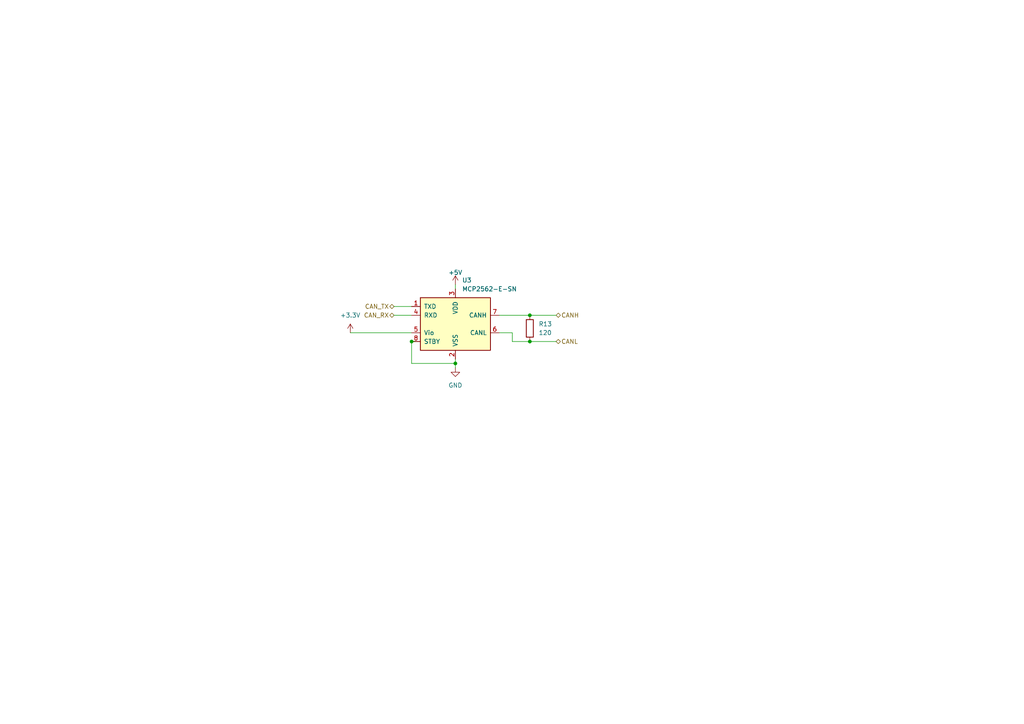
<source format=kicad_sch>
(kicad_sch (version 20230121) (generator eeschema)
  (paper "A4")
  (lib_symbols
    (symbol "Device:R" (pin_numbers hide) (pin_names (offset 0))
      (property "Reference" "R" (at 2.032 0 90))
      (property "Value" "R" (at 0 0 90))
      (symbol "R_0_1"
        (rectangle (start -1.016 -2.54) (end 1.016 2.54) (stroke (width 0.254)))
      )
      (symbol "R_1_1"
        (pin passive line (at 0 3.81 270) (length 1.27) (name "~") (number "1"))
        (pin passive line (at 0 -3.81 90) (length 1.27) (name "~") (number "2"))
      )
    )
    (symbol "Interface_CAN_LIN:MCP2562-E-SN" (pin_names (offset 1.016))
      (property "Reference" "U" (at -10.16 8.89 0))
      (property "Value" "MCP2562-E-SN" (at 2.54 8.89 0))
      (symbol "MCP2562-E-SN_0_1"
        (rectangle (start -10.16 7.62) (end 10.16 -7.62) (stroke (width 0.254)) (fill (type background)))
      )
      (symbol "MCP2562-E-SN_1_1"
        (pin input line (at -12.7 5.08 0) (length 2.54) (name "TXD") (number "1"))
        (pin power_in line (at 0 -10.16 90) (length 2.54) (name "VSS") (number "2"))
        (pin power_in line (at 0 10.16 270) (length 2.54) (name "VDD") (number "3"))
        (pin output line (at -12.7 2.54 0) (length 2.54) (name "RXD") (number "4"))
        (pin power_in line (at -12.7 -2.54 0) (length 2.54) (name "Vio") (number "5"))
        (pin bidirectional line (at 12.7 -2.54 180) (length 2.54) (name "CANL") (number "6"))
        (pin bidirectional line (at 12.7 2.54 180) (length 2.54) (name "CANH") (number "7"))
        (pin input line (at -12.7 -5.08 0) (length 2.54) (name "STBY") (number "8"))
      )
    )
    (symbol "power:+3.3V" (power) (pin_names (offset 0))
      (property "Value" "+3.3V" (at 0 3.556 0))
      (symbol "+3.3V_0_1"
        (polyline (pts (xy -0.762 1.27) (xy 0 2.54)))
        (polyline (pts (xy 0 0) (xy 0 2.54)))
        (polyline (pts (xy 0 2.54) (xy 0.762 1.27)))
      )
      (symbol "+3.3V_1_1"
        (pin power_in line (at 0 0 90) (length 0) hide (name "+3.3V") (number "1"))
      )
    )
    (symbol "power:+5V" (power) (pin_names (offset 0))
      (property "Value" "+5V" (at 0 3.556 0))
      (symbol "+5V_0_1"
        (polyline (pts (xy -0.762 1.27) (xy 0 2.54)))
        (polyline (pts (xy 0 0) (xy 0 2.54)))
        (polyline (pts (xy 0 2.54) (xy 0.762 1.27)))
      )
      (symbol "+5V_1_1"
        (pin power_in line (at 0 0 90) (length 0) hide (name "+5V") (number "1"))
      )
    )
    (symbol "power:GND" (power) (pin_names (offset 0))
      (property "Value" "GND" (at 0 -3.81 0))
      (symbol "GND_0_1"
        (polyline (pts (xy 0 0) (xy 0 -1.27) (xy 1.27 -1.27) (xy 0 -2.54) (xy -1.27 -1.27) (xy 0 -1.27)))
      )
      (symbol "GND_1_1"
        (pin power_in line (at 0 0 270) (length 0) hide (name "GND") (number "1"))
      )
    )
  )
  (junction (at 132.08 105.41))
  (junction (at 153.67 91.44))
  (junction (at 153.67 99.06))
  (junction (at 119.38 99.06))
  (wire (pts (xy 132.08 82.55) (xy 132.08 83.82)))
  (wire (pts (xy 119.38 99.06) (xy 119.38 105.41)))
  (wire (pts (xy 119.38 105.41) (xy 132.08 105.41)))
  (wire (pts (xy 144.78 96.52) (xy 148.59 96.52)))
  (wire (pts (xy 144.78 91.44) (xy 153.67 91.44)))
  (wire (pts (xy 101.6 96.52) (xy 119.38 96.52)))
  (wire (pts (xy 114.3 88.9) (xy 119.38 88.9)))
  (wire (pts (xy 132.08 105.41) (xy 132.08 106.68)))
  (wire (pts (xy 132.08 104.14) (xy 132.08 105.41)))
  (wire (pts (xy 153.67 91.44) (xy 161.29 91.44)))
  (wire (pts (xy 119.38 99.06) (xy 120.65 99.06)))
  (wire (pts (xy 148.59 99.06) (xy 153.67 99.06)))
  (wire (pts (xy 114.3 91.44) (xy 119.38 91.44)))
  (wire (pts (xy 153.67 99.06) (xy 161.29 99.06)))
  (wire (pts (xy 148.59 96.52) (xy 148.59 99.06)))
  (hierarchical_label "CANH" (shape bidirectional) (at 161.29 91.44 0))
  (hierarchical_label "CAN_TX" (shape bidirectional) (at 114.3 88.9 180))
  (hierarchical_label "CANL" (shape bidirectional) (at 161.29 99.06 0))
  (hierarchical_label "CAN_RX" (shape bidirectional) (at 114.3 91.44 180))
  (symbol (lib_id "Interface_CAN_LIN:MCP2562-E-SN") (at 132.08 93.98 0) (unit 1)
    (property "Reference" "U3" (at 134.0359 81.28 0) (effects (justify left)))
    (property "Value" "MCP2562-E-SN" (at 134.0359 83.82 0) (effects (justify left)))
    (property "Footprint" "Package_SO:SOIC-8_3.9x4.9mm_P1.27mm" (effects hide))
    (property "Datasheet" "http://ww1.microchip.com/downloads/en/DeviceDoc/25167A.pdf" (effects hide))
  )
  (symbol (lib_id "power:+5V") (at 132.08 82.55 0) (unit 1)
    (property "Reference" "#PWR0806" (effects hide))
    (property "Value" "+5V" (at 132.08 79.0481 0))
    (instances (project "RF" (path "" (reference "#PWR0806") (unit 1))) (project "avionics_flight_computer" (path "" (reference "#PWR033") (unit 1)) (path "" (reference "#PWR041") (unit 1))))
  )
  (symbol (lib_id "power:+3.3V") (at 101.6 96.52 0) (unit 1)
    (property "Reference" "#PWR019" (effects hide))
    (property "Value" "+3.3V" (at 101.6 91.44 0))
    (instances (project "avionics_flight_computer" (path "" (reference "#PWR019") (unit 1)) (path "" (reference "#PWR042") (unit 1))))
  )
  (symbol (lib_id "Device:R") (at 153.67 95.25 0) (unit 1)
    (property "Reference" "R13" (at 156.21 93.98 0) (effects (justify left)))
    (property "Value" "120" (at 156.21 96.52 0) (effects (justify left)))
  )
  (symbol (lib_id "power:GND") (at 132.08 106.68 0) (unit 1)
    (property "Reference" "#PWR020" (effects hide))
    (property "Value" "GND" (at 132.08 111.76 0))
  )
)
</source>
